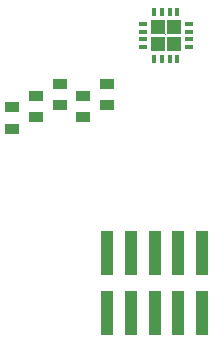
<source format=gbp>
%FSLAX44Y44*%
%MOMM*%
G71*
G01*
G75*
G04 Layer_Color=128*
%ADD10R,2.5000X6.0000*%
%ADD11R,6.9850X4.0000*%
%ADD12C,1.0000*%
%ADD13C,4.0000*%
%ADD14C,1.2700*%
%ADD15R,1.0200X3.8000*%
%ADD16R,1.2192X0.8128*%
%ADD17R,0.3556X0.7620*%
%ADD18R,0.7620X0.3556*%
%ADD19R,2.7940X2.7940*%
%ADD20C,0.2540*%
%ADD21R,2.7032X6.2032*%
%ADD22R,7.1882X4.2032*%
%ADD23C,4.2032*%
%ADD24C,1.4732*%
%ADD25R,1.1200X3.9000*%
%ADD26R,1.4224X1.0160*%
%ADD27R,0.5588X0.9652*%
%ADD28R,0.9652X0.5588*%
%ADD29R,2.9972X2.9972*%
%ADD30R,0.0254X0.0254*%
G36*
X422970Y1467030D02*
X411000D01*
Y1479000D01*
X422970D01*
Y1467030D01*
D02*
G37*
G36*
X409000D02*
X397030D01*
Y1479000D01*
X409000D01*
Y1467030D01*
D02*
G37*
G36*
X422970Y1481000D02*
X411000D01*
Y1492970D01*
X422970D01*
Y1481000D01*
D02*
G37*
G36*
X409000D02*
X397030D01*
Y1492970D01*
X409000D01*
Y1481000D01*
D02*
G37*
D15*
X440555Y1244650D02*
D03*
Y1295350D02*
D03*
X420555Y1244650D02*
D03*
Y1295350D02*
D03*
X400555Y1244650D02*
D03*
Y1295350D02*
D03*
X380555Y1244650D02*
D03*
Y1295350D02*
D03*
X360555Y1244650D02*
D03*
Y1295350D02*
D03*
D16*
X320000Y1439000D02*
D03*
Y1420856D02*
D03*
X280000Y1419000D02*
D03*
Y1400856D02*
D03*
X300000Y1429000D02*
D03*
Y1410856D02*
D03*
X340000Y1429000D02*
D03*
Y1410856D02*
D03*
X360000Y1439000D02*
D03*
Y1420856D02*
D03*
D17*
X419750Y1460315D02*
D03*
X413250D02*
D03*
X406750D02*
D03*
X400250D02*
D03*
Y1499685D02*
D03*
X406750D02*
D03*
X413250D02*
D03*
X419750D02*
D03*
D18*
X390315Y1470250D02*
D03*
Y1476750D02*
D03*
Y1483250D02*
D03*
Y1489750D02*
D03*
X429685D02*
D03*
Y1483250D02*
D03*
Y1476750D02*
D03*
Y1470250D02*
D03*
D30*
X410000Y1480000D02*
D03*
M02*

</source>
